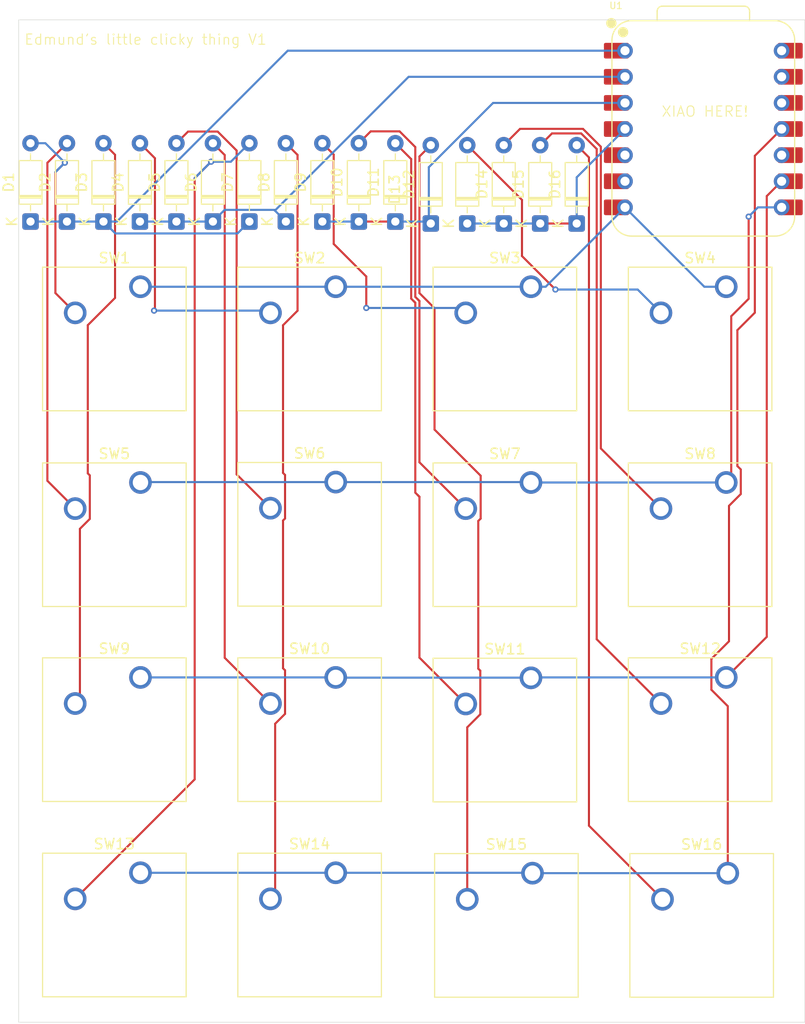
<source format=kicad_pcb>
(kicad_pcb (version 20241229) (generator "pcbnew") (generator_version "9.0")
  (layers (0 "F.Cu" signal) (2 "B.Cu" signal) (13 "F.Paste" user) (15 "B.Paste" user) (5 "F.SilkS" user "F.Silkscreen") (7 "B.SilkS" user "B.Silkscreen") (1 "F.Mask" user) (3 "B.Mask" user) (25 "Edge.Cuts" user))
  (net 0 "")
  (net 1 "Net-(D1-K)")
  (net 2 "Net-(D1-A)")
  (net 3 "Net-(D2-A)")
  (net 4 "Net-(D3-A)")
  (net 5 "Net-(D4-A)")
  (net 6 "Net-(D4-K)")
  (net 7 "Net-(D5-A)")
  (net 8 "Net-(D6-A)")
  (net 9 "Net-(D7-A)")
  (net 10 "Net-(D8-A)")
  (net 11 "Net-(D9-A)")
  (net 12 "Net-(D10-K)")
  (net 13 "Net-(D10-A)")
  (net 14 "Net-(D11-A)")
  (net 15 "Net-(D12-A)")
  (net 16 "Net-(D13-A)")
  (net 17 "Net-(D13-K)")
  (net 18 "Net-(D14-A)")
  (net 19 "Net-(D15-A)")
  (net 20 "Net-(D16-A)")
  (net 21 "Net-(U1-GPIO0{slash}TX)")
  (net 22 "Net-(U1-GPIO1{slash}RX)")
  (net 23 "Net-(U1-GPIO2{slash}SCK)")
  (net 24 "Net-(U1-GPIO3{slash}MOSI)")
  (net 25 "unconnected-(U1-GPIO7{slash}SCL-Pad6)")
  (net 26 "unconnected-(U1-3V3-Pad12)")
  (net 27 "unconnected-(U1-GPIO6{slash}SDA-Pad5)")
  (net 28 "unconnected-(U1-GND-Pad13)")
  (net 29 "unconnected-(U1-GPIO4{slash}MISO-Pad10)")
  (net 30 "unconnected-(U1-VBUS-Pad14)")
  (footprint "Button_Switch_Keyboard:SW_Cherry_MX_1.00u_PCB" (layer "F.Cu") (at 90.35 53.46)
    (property "Reference" "SW1" (at -2.54 -2.794 0) (layer "F.SilkS"))
    (property "Value" "SW_Push")
    (pad "" np_thru_hole circle (at -7.62 5.08) (size 1.7 1.7) (drill 1.7) (layers "*.Cu" "*.Mask"))
    (pad "" np_thru_hole circle (at -2.54 5.08) (size 4 4) (drill 4) (layers "*.Cu" "*.Mask"))
    (pad "" np_thru_hole circle (at 2.54 5.08) (size 1.7 1.7) (drill 1.7) (layers "*.Cu" "*.Mask"))
    (pad "1" thru_hole circle (at 0 0) (size 2.2 2.2) (drill 1.5) (layers "*.Cu" "*.Mask") (net 21 "Net-(U1-GPIO0{slash}TX)"))
    (pad "2" thru_hole circle (at -6.35 2.54) (size 2.2 2.2) (drill 1.5) (layers "*.Cu" "*.Mask") (net 2 "Net-(D1-A)"))
  )
  (footprint "Diode_THT:D_DO-35_SOD27_P7.62mm_Horizontal" (layer "F.Cu") (at 115.15 47.12 90)
    (property "Reference" "D11" (at 3.81 -2.12 90) (layer "F.SilkS"))
    (property "Value" "1N4148")
    (fp_text user "K" (at 0 -1.8 90) (layer "F.SilkS"))
    (pad "1" thru_hole roundrect (at 0 0 90) (size 1.6 1.6) (drill 0.8) (layers "*.Cu" "*.Mask") (roundrect_rratio 0.15625) (net 12 "Net-(D10-K)"))
    (pad "2" thru_hole circle (at 7.62 0 90) (size 1.6 1.6) (drill 0.8) (layers "*.Cu" "*.Mask") (net 14 "Net-(D11-A)"))
  )
  (footprint "Button_Switch_Keyboard:SW_Cherry_MX_1.00u_PCB" (layer "F.Cu") (at 109.35 72.46)
    (property "Reference" "SW6" (at -2.54 -2.794 0) (layer "F.SilkS"))
    (property "Value" "SW_Push")
    (pad "" np_thru_hole circle (at -7.62 5.08) (size 1.7 1.7) (drill 1.7) (layers "*.Cu" "*.Mask"))
    (pad "" np_thru_hole circle (at -2.54 5.08) (size 4 4) (drill 4) (layers "*.Cu" "*.Mask"))
    (pad "" np_thru_hole circle (at 2.54 5.08) (size 1.7 1.7) (drill 1.7) (layers "*.Cu" "*.Mask"))
    (pad "1" thru_hole circle (at 0 0) (size 2.2 2.2) (drill 1.5) (layers "*.Cu" "*.Mask") (net 22 "Net-(U1-GPIO1{slash}RX)"))
    (pad "2" thru_hole circle (at -6.35 2.54) (size 2.2 2.2) (drill 1.5) (layers "*.Cu" "*.Mask") (net 7 "Net-(D5-A)"))
  )
  (footprint "Button_Switch_Keyboard:SW_Cherry_MX_1.00u_PCB" (layer "F.Cu") (at 90.35 91.46)
    (property "Reference" "SW9" (at -2.54 -2.794 0) (layer "F.SilkS"))
    (property "Value" "SW_Push")
    (pad "" np_thru_hole circle (at -7.62 5.08) (size 1.7 1.7) (drill 1.7) (layers "*.Cu" "*.Mask"))
    (pad "" np_thru_hole circle (at -2.54 5.08) (size 4 4) (drill 4) (layers "*.Cu" "*.Mask"))
    (pad "" np_thru_hole circle (at 2.54 5.08) (size 1.7 1.7) (drill 1.7) (layers "*.Cu" "*.Mask"))
    (pad "1" thru_hole circle (at 0 0) (size 2.2 2.2) (drill 1.5) (layers "*.Cu" "*.Mask") (net 23 "Net-(U1-GPIO2{slash}SCK)"))
    (pad "2" thru_hole circle (at -6.35 2.54) (size 2.2 2.2) (drill 1.5) (layers "*.Cu" "*.Mask") (net 4 "Net-(D3-A)"))
  )
  (footprint "Button_Switch_Keyboard:SW_Cherry_MX_1.00u_PCB" (layer "F.Cu") (at 109.35 110.46)
    (property "Reference" "SW14" (at -2.54 -2.794 0) (layer "F.SilkS"))
    (property "Value" "SW_Push")
    (pad "" np_thru_hole circle (at -7.62 5.08) (size 1.7 1.7) (drill 1.7) (layers "*.Cu" "*.Mask"))
    (pad "" np_thru_hole circle (at -2.54 5.08) (size 4 4) (drill 4) (layers "*.Cu" "*.Mask"))
    (pad "" np_thru_hole circle (at 2.54 5.08) (size 1.7 1.7) (drill 1.7) (layers "*.Cu" "*.Mask"))
    (pad "1" thru_hole circle (at 0 0) (size 2.2 2.2) (drill 1.5) (layers "*.Cu" "*.Mask") (net 24 "Net-(U1-GPIO3{slash}MOSI)"))
    (pad "2" thru_hole circle (at -6.35 2.54) (size 2.2 2.2) (drill 1.5) (layers "*.Cu" "*.Mask") (net 10 "Net-(D8-A)"))
  )
  (footprint "Button_Switch_Keyboard:SW_Cherry_MX_1.00u_PCB" (layer "F.Cu") (at 128.35 53.46)
    (property "Reference" "SW3" (at -2.54 -2.794 0) (layer "F.SilkS"))
    (property "Value" "SW_Push")
    (pad "" np_thru_hole circle (at -7.62 5.08) (size 1.7 1.7) (drill 1.7) (layers "*.Cu" "*.Mask"))
    (pad "" np_thru_hole circle (at -2.54 5.08) (size 4 4) (drill 4) (layers "*.Cu" "*.Mask"))
    (pad "" np_thru_hole circle (at 2.54 5.08) (size 1.7 1.7) (drill 1.7) (layers "*.Cu" "*.Mask"))
    (pad "1" thru_hole circle (at 0 0) (size 2.2 2.2) (drill 1.5) (layers "*.Cu" "*.Mask") (net 21 "Net-(U1-GPIO0{slash}TX)"))
    (pad "2" thru_hole circle (at -6.35 2.54) (size 2.2 2.2) (drill 1.5) (layers "*.Cu" "*.Mask") (net 11 "Net-(D9-A)"))
  )
  (footprint "Button_Switch_Keyboard:SW_Cherry_MX_1.00u_PCB" (layer "F.Cu") (at 147.35 91.46)
    (property "Reference" "SW12" (at -2.54 -2.794 0) (layer "F.SilkS"))
    (property "Value" "SW_Push")
    (pad "" np_thru_hole circle (at -7.62 5.08) (size 1.7 1.7) (drill 1.7) (layers "*.Cu" "*.Mask"))
    (pad "" np_thru_hole circle (at -2.54 5.08) (size 4 4) (drill 4) (layers "*.Cu" "*.Mask"))
    (pad "" np_thru_hole circle (at 2.54 5.08) (size 1.7 1.7) (drill 1.7) (layers "*.Cu" "*.Mask"))
    (pad "1" thru_hole circle (at 0 0) (size 2.2 2.2) (drill 1.5) (layers "*.Cu" "*.Mask") (net 23 "Net-(U1-GPIO2{slash}SCK)"))
    (pad "2" thru_hole circle (at -6.35 2.54) (size 2.2 2.2) (drill 1.5) (layers "*.Cu" "*.Mask") (net 19 "Net-(D15-A)"))
  )
  (footprint "Button_Switch_Keyboard:SW_Cherry_MX_1.00u_PCB" (layer "F.Cu") (at 147.35 53.46)
    (property "Reference" "SW4" (at -2.54 -2.794 0) (layer "F.SilkS"))
    (property "Value" "SW_Push")
    (pad "" np_thru_hole circle (at -7.62 5.08) (size 1.7 1.7) (drill 1.7) (layers "*.Cu" "*.Mask"))
    (pad "" np_thru_hole circle (at -2.54 5.08) (size 4 4) (drill 4) (layers "*.Cu" "*.Mask"))
    (pad "" np_thru_hole circle (at 2.54 5.08) (size 1.7 1.7) (drill 1.7) (layers "*.Cu" "*.Mask"))
    (pad "1" thru_hole circle (at 0 0) (size 2.2 2.2) (drill 1.5) (layers "*.Cu" "*.Mask") (net 21 "Net-(U1-GPIO0{slash}TX)"))
    (pad "2" thru_hole circle (at -6.35 2.54) (size 2.2 2.2) (drill 1.5) (layers "*.Cu" "*.Mask") (net 16 "Net-(D13-A)"))
  )
  (footprint "Diode_THT:D_DO-35_SOD27_P7.62mm_Horizontal" (layer "F.Cu") (at 118.6 47.31 90)
    (property "Reference" "D12" (at 3.81 -2.12 90) (layer "F.SilkS"))
    (property "Value" "1N4148")
    (fp_text user "K" (at 0 -1.8 90) (layer "F.SilkS"))
    (pad "1" thru_hole roundrect (at 0 0 90) (size 1.6 1.6) (drill 0.8) (layers "*.Cu" "*.Mask") (roundrect_rratio 0.15625) (net 12 "Net-(D10-K)"))
    (pad "2" thru_hole circle (at 7.62 0 90) (size 1.6 1.6) (drill 0.8) (layers "*.Cu" "*.Mask") (net 15 "Net-(D12-A)"))
  )
  (footprint "Diode_THT:D_DO-35_SOD27_P7.62mm_Horizontal" (layer "F.Cu") (at 83.2 47.12 90)
    (property "Reference" "D2" (at 3.81 -2.12 90) (layer "F.SilkS"))
    (property "Value" "1N4148")
    (fp_text user "K" (at 0 -1.8 90) (layer "F.SilkS"))
    (pad "1" thru_hole roundrect (at 0 0 90) (size 1.6 1.6) (drill 0.8) (layers "*.Cu" "*.Mask") (roundrect_rratio 0.15625) (net 1 "Net-(D1-K)"))
    (pad "2" thru_hole circle (at 7.62 0 90) (size 1.6 1.6) (drill 0.8) (layers "*.Cu" "*.Mask") (net 3 "Net-(D2-A)"))
  )
  (footprint "Diode_THT:D_DO-35_SOD27_P7.62mm_Horizontal" (layer "F.Cu") (at 108.05 47.12 90)
    (property "Reference" "D9" (at 3.81 -2.12 90) (layer "F.SilkS"))
    (property "Value" "1N4148")
    (fp_text user "K" (at 0 -1.8 90) (layer "F.SilkS"))
    (pad "1" thru_hole roundrect (at 0 0 90) (size 1.6 1.6) (drill 0.8) (layers "*.Cu" "*.Mask") (roundrect_rratio 0.15625) (net 12 "Net-(D10-K)"))
    (pad "2" thru_hole circle (at 7.62 0 90) (size 1.6 1.6) (drill 0.8) (layers "*.Cu" "*.Mask") (net 11 "Net-(D9-A)"))
  )
  (footprint "Diode_THT:D_DO-35_SOD27_P7.62mm_Horizontal" (layer "F.Cu") (at 79.65 47.12 90)
    (property "Reference" "D1" (at 3.81 -2.12 90) (layer "F.SilkS"))
    (property "Value" "1N4148")
    (fp_text user "K" (at 0 -1.8 90) (layer "F.SilkS"))
    (pad "1" thru_hole roundrect (at 0 0 90) (size 1.6 1.6) (drill 0.8) (layers "*.Cu" "*.Mask") (roundrect_rratio 0.15625) (net 1 "Net-(D1-K)"))
    (pad "2" thru_hole circle (at 7.62 0 90) (size 1.6 1.6) (drill 0.8) (layers "*.Cu" "*.Mask") (net 2 "Net-(D1-A)"))
  )
  (footprint "Diode_THT:D_DO-35_SOD27_P7.62mm_Horizontal" (layer "F.Cu") (at 100.95 47.12 90)
    (property "Reference" "D7" (at 3.81 -2.12 90) (layer "F.SilkS"))
    (property "Value" "1N4148")
    (fp_text user "K" (at 0 -1.8 90) (layer "F.SilkS"))
    (pad "1" thru_hole roundrect (at 0 0 90) (size 1.6 1.6) (drill 0.8) (layers "*.Cu" "*.Mask") (roundrect_rratio 0.15625) (net 1 "Net-(D1-K)"))
    (pad "2" thru_hole circle (at 7.62 0 90) (size 1.6 1.6) (drill 0.8) (layers "*.Cu" "*.Mask") (net 9 "Net-(D7-A)"))
  )
  (footprint "Button_Switch_Keyboard:SW_Cherry_MX_1.00u_PCB" (layer "F.Cu") (at 109.35 53.46)
    (property "Reference" "SW2" (at -2.54 -2.794 0) (layer "F.SilkS"))
    (property "Value" "SW_Push")
    (pad "" np_thru_hole circle (at -7.62 5.08) (size 1.7 1.7) (drill 1.7) (layers "*.Cu" "*.Mask"))
    (pad "" np_thru_hole circle (at -2.54 5.08) (size 4 4) (drill 4) (layers "*.Cu" "*.Mask"))
    (pad "" np_thru_hole circle (at 2.54 5.08) (size 1.7 1.7) (drill 1.7) (layers "*.Cu" "*.Mask"))
    (pad "1" thru_hole circle (at 0 0) (size 2.2 2.2) (drill 1.5) (layers "*.Cu" "*.Mask") (net 21 "Net-(U1-GPIO0{slash}TX)"))
    (pad "2" thru_hole circle (at -6.35 2.54) (size 2.2 2.2) (drill 1.5) (layers "*.Cu" "*.Mask") (net 5 "Net-(D4-A)"))
  )
  (footprint "Button_Switch_Keyboard:SW_Cherry_MX_1.00u_PCB" (layer "F.Cu") (at 109.35 91.46)
    (property "Reference" "SW10" (at -2.54 -2.794 0) (layer "F.SilkS"))
    (property "Value" "SW_Push")
    (pad "" np_thru_hole circle (at -7.62 5.08) (size 1.7 1.7) (drill 1.7) (layers "*.Cu" "*.Mask"))
    (pad "" np_thru_hole circle (at -2.54 5.08) (size 4 4) (drill 4) (layers "*.Cu" "*.Mask"))
    (pad "" np_thru_hole circle (at 2.54 5.08) (size 1.7 1.7) (drill 1.7) (layers "*.Cu" "*.Mask"))
    (pad "1" thru_hole circle (at 0 0) (size 2.2 2.2) (drill 1.5) (layers "*.Cu" "*.Mask") (net 23 "Net-(U1-GPIO2{slash}SCK)"))
    (pad "2" thru_hole circle (at -6.35 2.54) (size 2.2 2.2) (drill 1.5) (layers "*.Cu" "*.Mask") (net 8 "Net-(D6-A)"))
  )
  (footprint "Button_Switch_Keyboard:SW_Cherry_MX_1.00u_PCB" (layer "F.Cu") (at 128.5 110.5)
    (property "Reference" "SW15" (at -2.54 -2.794 0) (layer "F.SilkS"))
    (property "Value" "SW_Push")
    (pad "" np_thru_hole circle (at -7.62 5.08) (size 1.7 1.7) (drill 1.7) (layers "*.Cu" "*.Mask"))
    (pad "" np_thru_hole circle (at -2.54 5.08) (size 4 4) (drill 4) (layers "*.Cu" "*.Mask"))
    (pad "" np_thru_hole circle (at 2.54 5.08) (size 1.7 1.7) (drill 1.7) (layers "*.Cu" "*.Mask"))
    (pad "1" thru_hole circle (at 0 0) (size 2.2 2.2) (drill 1.5) (layers "*.Cu" "*.Mask") (net 24 "Net-(U1-GPIO3{slash}MOSI)"))
    (pad "2" thru_hole circle (at -6.35 2.54) (size 2.2 2.2) (drill 1.5) (layers "*.Cu" "*.Mask") (net 15 "Net-(D12-A)"))
  )
  (footprint "Diode_THT:D_DO-35_SOD27_P7.62mm_Horizontal" (layer "F.Cu") (at 125.7 47.31 90)
    (property "Reference" "D14" (at 3.81 -2.12 90) (layer "F.SilkS"))
    (property "Value" "1N4148")
    (fp_text user "K" (at 0 -1.8 90) (layer "F.SilkS"))
    (pad "1" thru_hole roundrect (at 0 0 90) (size 1.6 1.6) (drill 0.8) (layers "*.Cu" "*.Mask") (roundrect_rratio 0.15625) (net 17 "Net-(D13-K)"))
    (pad "2" thru_hole circle (at 7.62 0 90) (size 1.6 1.6) (drill 0.8) (layers "*.Cu" "*.Mask") (net 18 "Net-(D14-A)"))
  )
  (footprint "Diode_THT:D_DO-35_SOD27_P7.62mm_Horizontal" (layer "F.Cu") (at 86.75 47.12 90)
    (property "Reference" "D3" (at 3.81 -2.12 90) (layer "F.SilkS"))
    (property "Value" "1N4148")
    (fp_text user "K" (at 0 -1.8 90) (layer "F.SilkS"))
    (pad "1" thru_hole roundrect (at 0 0 90) (size 1.6 1.6) (drill 0.8) (layers "*.Cu" "*.Mask") (roundrect_rratio 0.15625) (net 1 "Net-(D1-K)"))
    (pad "2" thru_hole circle (at 7.62 0 90) (size 1.6 1.6) (drill 0.8) (layers "*.Cu" "*.Mask") (net 4 "Net-(D3-A)"))
  )
  (footprint "Diode_THT:D_DO-35_SOD27_P7.62mm_Horizontal" (layer "F.Cu") (at 111.6 47.12 90)
    (property "Reference" "D10" (at 3.81 -2.12 90) (layer "F.SilkS"))
    (property "Value" "1N4148")
    (fp_text user "K" (at 0 -1.8 90) (layer "F.SilkS"))
    (pad "1" thru_hole roundrect (at 0 0 90) (size 1.6 1.6) (drill 0.8) (layers "*.Cu" "*.Mask") (roundrect_rratio 0.15625) (net 12 "Net-(D10-K)"))
    (pad "2" thru_hole circle (at 7.62 0 90) (size 1.6 1.6) (drill 0.8) (layers "*.Cu" "*.Mask") (net 13 "Net-(D10-A)"))
  )
  (footprint "Button_Switch_Keyboard:SW_Cherry_MX_1.00u_PCB" (layer "F.Cu") (at 90.35 110.46)
    (property "Reference" "SW13" (at -2.54 -2.794 0) (layer "F.SilkS"))
    (property "Value" "SW_Push")
    (pad "" np_thru_hole circle (at -7.62 5.08) (size 1.7 1.7) (drill 1.7) (layers "*.Cu" "*.Mask"))
    (pad "" np_thru_hole circle (at -2.54 5.08) (size 4 4) (drill 4) (layers "*.Cu" "*.Mask"))
    (pad "" np_thru_hole circle (at 2.54 5.08) (size 1.7 1.7) (drill 1.7) (layers "*.Cu" "*.Mask"))
    (pad "1" thru_hole circle (at 0 0) (size 2.2 2.2) (drill 1.5) (layers "*.Cu" "*.Mask") (net 24 "Net-(U1-GPIO3{slash}MOSI)"))
    (pad "2" thru_hole circle (at -6.35 2.54) (size 2.2 2.2) (drill 1.5) (layers "*.Cu" "*.Mask") (net 9 "Net-(D7-A)"))
  )
  (footprint "Diode_THT:D_DO-35_SOD27_P7.62mm_Horizontal" (layer "F.Cu") (at 93.85 47.12 90)
    (property "Reference" "D5" (at 3.81 -2.12 90) (layer "F.SilkS"))
    (property "Value" "1N4148")
    (fp_text user "K" (at 0 -1.8 90) (layer "F.SilkS"))
    (pad "1" thru_hole roundrect (at 0 0 90) (size 1.6 1.6) (drill 0.8) (layers "*.Cu" "*.Mask") (roundrect_rratio 0.15625) (net 6 "Net-(D4-K)"))
    (pad "2" thru_hole circle (at 7.62 0 90) (size 1.6 1.6) (drill 0.8) (layers "*.Cu" "*.Mask") (net 7 "Net-(D5-A)"))
  )
  (footprint "Diode_THT:D_DO-35_SOD27_P7.62mm_Horizontal" (layer "F.Cu") (at 122.15 47.31 90)
    (property "Reference" "D13" (at 3.31 -7.07 90) (layer "F.SilkS"))
    (property "Value" "1N4148")
    (fp_text user "K" (at 0 -1.8 90) (layer "F.SilkS"))
    (pad "1" thru_hole roundrect (at 0 0 90) (size 1.6 1.6) (drill 0.8) (layers "*.Cu" "*.Mask") (roundrect_rratio 0.15625) (net 17 "Net-(D13-K)"))
    (pad "2" thru_hole circle (at 7.62 0 90) (size 1.6 1.6) (drill 0.8) (layers "*.Cu" "*.Mask") (net 16 "Net-(D13-A)"))
  )
  (footprint "Diode_THT:D_DO-35_SOD27_P7.62mm_Horizontal" (layer "F.Cu") (at 129.25 47.31 90)
    (property "Reference" "D15" (at 3.81 -2.12 90) (layer "F.SilkS"))
    (property "Value" "1N4148")
    (fp_text user "K" (at 0 -1.8 90) (layer "F.SilkS"))
    (pad "1" thru_hole roundrect (at 0 0 90) (size 1.6 1.6) (drill 0.8) (layers "*.Cu" "*.Mask") (roundrect_rratio 0.15625) (net 17 "Net-(D13-K)"))
    (pad "2" thru_hole circle (at 7.62 0 90) (size 1.6 1.6) (drill 0.8) (layers "*.Cu" "*.Mask") (net 19 "Net-(D15-A)"))
  )
  (footprint "Diode_THT:D_DO-35_SOD27_P7.62mm_Horizontal" (layer "F.Cu") (at 132.8 47.31 90)
    (property "Reference" "D16" (at 3.81 -2.12 90) (layer "F.SilkS"))
    (property "Value" "1N4148")
    (fp_text user "K" (at 0 -1.8 90) (layer "F.SilkS"))
    (pad "1" thru_hole roundrect (at 0 0 90) (size 1.6 1.6) (drill 0.8) (layers "*.Cu" "*.Mask") (roundrect_rratio 0.15625) (net 17 "Net-(D13-K)"))
    (pad "2" thru_hole circle (at 7.62 0 90) (size 1.6 1.6) (drill 0.8) (layers "*.Cu" "*.Mask") (net 20 "Net-(D16-A)"))
  )
  (footprint "Diode_THT:D_DO-35_SOD27_P7.62mm_Horizontal" (layer "F.Cu") (at 97.4 47.12 90)
    (property "Reference" "D6" (at 3.81 -2.12 90) (layer "F.SilkS"))
    (property "Value" "1N4148")
    (fp_text user "K" (at 0 -1.8 90) (layer "F.SilkS"))
    (pad "1" thru_hole roundrect (at 0 0 90) (size 1.6 1.6) (drill 0.8) (layers "*.Cu" "*.Mask") (roundrect_rratio 0.15625) (net 6 "Net-(D4-K)"))
    (pad "2" thru_hole circle (at 7.62 0 90) (size 1.6 1.6) (drill 0.8) (layers "*.Cu" "*.Mask") (net 8 "Net-(D6-A)"))
  )
  (footprint "Button_Switch_Keyboard:SW_Cherry_MX_1.00u_PCB" (layer "F.Cu") (at 128.35 72.5)
    (property "Reference" "SW7" (at -2.54 -2.794 0) (layer "F.SilkS"))
    (property "Value" "SW_Push")
    (pad "" np_thru_hole circle (at -7.62 5.08) (size 1.7 1.7) (drill 1.7) (layers "*.Cu" "*.Mask"))
    (pad "" np_thru_hole circle (at -2.54 5.08) (size 4 4) (drill 4) (layers "*.Cu" "*.Mask"))
    (pad "" np_thru_hole circle (at 2.54 5.08) (size 1.7 1.7) (drill 1.7) (layers "*.Cu" "*.Mask"))
    (pad "1" thru_hole circle (at 0 0) (size 2.2 2.2) (drill 1.5) (layers "*.Cu" "*.Mask") (net 22 "Net-(U1-GPIO1{slash}RX)"))
    (pad "2" thru_hole circle (at -6.35 2.54) (size 2.2 2.2) (drill 1.5) (layers "*.Cu" "*.Mask") (net 13 "Net-(D10-A)"))
  )
  (footprint "Diode_THT:D_DO-35_SOD27_P7.62mm_Horizontal" (layer "F.Cu") (at 90.3 47.12 90)
    (property "Reference" "D4" (at 3.81 -2.12 90) (layer "F.SilkS"))
    (property "Value" "1N4148")
    (fp_text user "K" (at 0 -1.8 90) (layer "F.SilkS"))
    (pad "1" thru_hole roundrect (at 0 0 90) (size 1.6 1.6) (drill 0.8) (layers "*.Cu" "*.Mask") (roundrect_rratio 0.15625) (net 6 "Net-(D4-K)"))
    (pad "2" thru_hole circle (at 7.62 0 90) (size 1.6 1.6) (drill 0.8) (layers "*.Cu" "*.Mask") (net 5 "Net-(D4-A)"))
  )
  (footprint "Seeed Studio XIAO Series Library:XIAO-RP2040-DIP" (layer "F.Cu") (at 145.12 38.12)
    (property "Reference" "U1" (at -8.5 -12 0) (layer "F.SilkS") (effects (font (size 0.635 0.635) (thickness 0.1016))))
    (property "Value" "XIAO-RP2040-DIP")
    (pad "1" smd roundrect (at -8.455 -7.62 180) (size 2.432 1.524) (layers "F.Cu" "F.Mask") (roundrect_rratio 0.1) (net 1 "Net-(D1-K)"))
    (pad "1" thru_hole circle (at -7.62 -7.62 180) (size 1.524 1.524) (drill 0.889) (layers "*.Cu" "*.Mask") (net 1 "Net-(D1-K)"))
    (pad "2" smd roundrect (at -8.455 -5.08 180) (size 2.432 1.524) (layers "F.Cu" "F.Mask") (roundrect_rratio 0.1) (net 6 "Net-(D4-K)"))
    (pad "2" thru_hole circle (at -7.62 -5.08 180) (size 1.524 1.524) (drill 0.889) (layers "*.Cu" "*.Mask") (net 6 "Net-(D4-K)"))
    (pad "3" smd roundrect (at -8.455 -2.54 180) (size 2.432 1.524) (layers "F.Cu" "F.Mask") (roundrect_rratio 0.1) (net 12 "Net-(D10-K)"))
    (pad "3" thru_hole circle (at -7.62 -2.54 180) (size 1.524 1.524) (drill 0.889) (layers "*.Cu" "*.Mask") (net 12 "Net-(D10-K)"))
    (pad "4" smd roundrect (at -8.455 0 180) (size 2.432 1.524) (layers "F.Cu" "F.Mask") (roundrect_rratio 0.1) (net 17 "Net-(D13-K)"))
    (pad "4" thru_hole circle (at -7.62 0 180) (size 1.524 1.524) (drill 0.889) (layers "*.Cu" "*.Mask") (net 17 "Net-(D13-K)"))
    (pad "5" smd roundrect (at -8.455 2.54 180) (size 2.432 1.524) (layers "F.Cu" "F.Mask") (roundrect_rratio 0.1) (net 27 "unconnected-(U1-GPIO6{slash}SDA-Pad5)"))
    (pad "5" thru_hole circle (at -7.62 2.54 180) (size 1.524 1.524) (drill 0.889) (layers "*.Cu" "*.Mask") (net 27 "unconnected-(U1-GPIO6{slash}SDA-Pad5)"))
    (pad "6" smd roundrect (at -8.455 5.08 180) (size 2.432 1.524) (layers "F.Cu" "F.Mask") (roundrect_rratio 0.1) (net 25 "unconnected-(U1-GPIO7{slash}SCL-Pad6)"))
    (pad "6" thru_hole circle (at -7.62 5.08 180) (size 1.524 1.524) (drill 0.889) (layers "*.Cu" "*.Mask") (net 25 "unconnected-(U1-GPIO7{slash}SCL-Pad6)"))
    (pad "7" smd roundrect (at -8.455 7.62 180) (size 2.432 1.524) (layers "F.Cu" "F.Mask") (roundrect_rratio 0.1) (net 21 "Net-(U1-GPIO0{slash}TX)"))
    (pad "7" thru_hole circle (at -7.62 7.62 180) (size 1.524 1.524) (drill 0.889) (layers "*.Cu" "*.Mask") (net 21 "Net-(U1-GPIO0{slash}TX)"))
    (pad "8" thru_hole circle (at 7.62 7.62) (size 1.524 1.524) (drill 0.889) (layers "*.Cu" "*.Mask") (net 22 "Net-(U1-GPIO1{slash}RX)"))
    (pad "8" smd roundrect (at 8.455 7.62) (size 2.432 1.524) (layers "F.Cu" "F.Mask") (roundrect_rratio 0.1) (net 22 "Net-(U1-GPIO1{slash}RX)"))
    (pad "9" thru_hole circle (at 7.62 5.08) (size 1.524 1.524) (drill 0.889) (layers "*.Cu" "*.Mask") (net 23 "Net-(U1-GPIO2{slash}SCK)"))
    (pad "9" smd roundrect (at 8.455 5.08) (size 2.432 1.524) (layers "F.Cu" "F.Mask") (roundrect_rratio 0.1) (net 23 "Net-(U1-GPIO2{slash}SCK)"))
    (pad "10" thru_hole circle (at 7.62 2.54) (size 1.524 1.524) (drill 0.889) (layers "*.Cu" "*.Mask") (net 29 "unconnected-(U1-GPIO4{slash}MISO-Pad10)"))
    (pad "10" smd roundrect (at 8.455 2.54) (size 2.432 1.524) (layers "F.Cu" "F.Mask") (roundrect_rratio 0.1) (net 29 "unconnected-(U1-GPIO4{slash}MISO-Pad10)"))
    (pad "11" thru_hole circle (at 7.62 0) (size 1.524 1.524) (drill 0.889) (layers "*.Cu" "*.Mask") (net 24 "Net-(U1-GPIO3{slash}MOSI)"))
    (pad "11" smd roundrect (at 8.455 0) (size 2.432 1.524) (layers "F.Cu" "F.Mask") (roundrect_rratio 0.1) (net 24 "Net-(U1-GPIO3{slash}MOSI)"))
    (pad "12" thru_hole circle (at 7.62 -2.54) (size 1.524 1.524) (drill 0.889) (layers "*.Cu" "*.Mask") (net 26 "unconnected-(U1-3V3-Pad12)"))
    (pad "12" smd roundrect (at 8.455 -2.54) (size 2.432 1.524) (layers "F.Cu" "F.Mask") (roundrect_rratio 0.1) (net 26 "unconnected-(U1-3V3-Pad12)"))
    (pad "13" thru_hole circle (at 7.62 -5.08) (size 1.524 1.524) (drill 0.889) (layers "*.Cu" "*.Mask") (net 28 "unconnected-(U1-GND-Pad13)"))
    (pad "13" smd roundrect (at 8.455 -5.08) (size 2.432 1.524) (layers "F.Cu" "F.Mask") (roundrect_rratio 0.1) (net 28 "unconnected-(U1-GND-Pad13)"))
    (pad "14" thru_hole circle (at 7.62 -7.62) (size 1.524 1.524) (drill 0.889) (layers "*.Cu" "*.Mask") (net 30 "unconnected-(U1-VBUS-Pad14)"))
    (pad "14" smd roundrect (at 8.455 -7.62) (size 2.432 1.524) (layers "F.Cu" "F.Mask") (roundrect_rratio 0.1) (net 30 "unconnected-(U1-VBUS-Pad14)"))
  )
  (footprint "Button_Switch_Keyboard:SW_Cherry_MX_1.00u_PCB" (layer "F.Cu") (at 147.5 110.5)
    (property "Reference" "SW16" (at -2.54 -2.794 0) (layer "F.SilkS"))
    (property "Value" "SW_Push")
    (pad "" np_thru_hole circle (at -7.62 5.08) (size 1.7 1.7) (drill 1.7) (layers "*.Cu" "*.Mask"))
    (pad "" np_thru_hole circle (at -2.54 5.08) (size 4 4) (drill 4) (layers "*.Cu" "*.Mask"))
    (pad "" np_thru_hole circle (at 2.54 5.08) (size 1.7 1.7) (drill 1.7) (layers "*.Cu" "*.Mask"))
    (pad "1" thru_hole circle (at 0 0) (size 2.2 2.2) (drill 1.5) (layers "*.Cu" "*.Mask") (net 24 "Net-(U1-GPIO3{slash}MOSI)"))
    (pad "2" thru_hole circle (at -6.35 2.54) (size 2.2 2.2) (drill 1.5) (layers "*.Cu" "*.Mask") (net 20 "Net-(D16-A)"))
  )
  (footprint "Diode_THT:D_DO-35_SOD27_P7.62mm_Horizontal" (layer "F.Cu") (at 104.5 47.12 90)
    (property "Reference" "D8" (at 3.81 -2.12 90) (layer "F.SilkS"))
    (property "Value" "1N4148")
    (fp_text user "K" (at 0 -1.8 90) (layer "F.SilkS"))
    (pad "1" thru_hole roundrect (at 0 0 90) (size 1.6 1.6) (drill 0.8) (layers "*.Cu" "*.Mask") (roundrect_rratio 0.15625) (net 6 "Net-(D4-K)"))
    (pad "2" thru_hole circle (at 7.62 0 90) (size 1.6 1.6) (drill 0.8) (layers "*.Cu" "*.Mask") (net 10 "Net-(D8-A)"))
  )
  (footprint "Button_Switch_Keyboard:SW_Cherry_MX_1.00u_PCB" (layer "F.Cu") (at 128.35 91.5)
    (property "Reference" "SW11" (at -2.54 -2.794 0) (layer "F.SilkS"))
    (property "Value" "SW_Push")
    (pad "" np_thru_hole circle (at -7.62 5.08) (size 1.7 1.7) (drill 1.7) (layers "*.Cu" "*.Mask"))
    (pad "" np_thru_hole circle (at -2.54 5.08) (size 4 4) (drill 4) (layers "*.Cu" "*.Mask"))
    (pad "" np_thru_hole circle (at 2.54 5.08) (size 1.7 1.7) (drill 1.7) (layers "*.Cu" "*.Mask"))
    (pad "1" thru_hole circle (at 0 0) (size 2.2 2.2) (drill 1.5) (layers "*.Cu" "*.Mask") (net 23 "Net-(U1-GPIO2{slash}SCK)"))
    (pad "2" thru_hole circle (at -6.35 2.54) (size 2.2 2.2) (drill 1.5) (layers "*.Cu" "*.Mask") (net 14 "Net-(D11-A)"))
  )
  (footprint "Button_Switch_Keyboard:SW_Cherry_MX_1.00u_PCB" (layer "F.Cu") (at 147.35 72.5)
    (property "Reference" "SW8" (at -2.54 -2.794 0) (layer "F.SilkS"))
    (property "Value" "SW_Push")
    (pad "" np_thru_hole circle (at -7.62 5.08) (size 1.7 1.7) (drill 1.7) (layers "*.Cu" "*.Mask"))
    (pad "" np_thru_hole circle (at -2.54 5.08) (size 4 4) (drill 4) (layers "*.Cu" "*.Mask"))
    (pad "" np_thru_hole circle (at 2.54 5.08) (size 1.7 1.7) (drill 1.7) (layers "*.Cu" "*.Mask"))
    (pad "1" thru_hole circle (at 0 0) (size 2.2 2.2) (drill 1.5) (layers "*.Cu" "*.Mask") (net 22 "Net-(U1-GPIO1{slash}RX)"))
    (pad "2" thru_hole circle (at -6.35 2.54) (size 2.2 2.2) (drill 1.5) (layers "*.Cu" "*.Mask") (net 18 "Net-(D14-A)"))
  )
  (footprint "Button_Switch_Keyboard:SW_Cherry_MX_1.00u_PCB" (layer "F.Cu") (at 90.35 72.5)
    (property "Reference" "SW5" (at -2.54 -2.794 0) (layer "F.SilkS"))
    (property "Value" "SW_Push")
    (pad "" np_thru_hole circle (at -7.62 5.08) (size 1.7 1.7) (drill 1.7) (layers "*.Cu" "*.Mask"))
    (pad "" np_thru_hole circle (at -2.54 5.08) (size 4 4) (drill 4) (layers "*.Cu" "*.Mask"))
    (pad "" np_thru_hole circle (at 2.54 5.08) (size 1.7 1.7) (drill 1.7) (layers "*.Cu" "*.Mask"))
    (pad "1" thru_hole circle (at 0 0) (size 2.2 2.2) (drill 1.5) (layers "*.Cu" "*.Mask") (net 22 "Net-(U1-GPIO1{slash}RX)"))
    (pad "2" thru_hole circle (at -6.35 2.54) (size 2.2 2.2) (drill 1.5) (layers "*.Cu" "*.Mask") (net 3 "Net-(D2-A)"))
  )
  (gr_rect (start 78.5 27.5) (end 155 125) (stroke (width 0.05)) (fill no) (layer "Edge.Cuts"))
  (gr_text "Edmund's little clicky thing V1" (at 79 30 0) (layer "F.SilkS") (effects (font (size 1 1) (thickness 0.1)) (justify left bottom)))
  (gr_text "XIAO HERE!" (at 141 37 0) (layer "F.SilkS") (effects (font (size 1 1) (thickness 0.1)) (justify left bottom)))
  (segment (start 137.5 30.5) (end 136.665 30.5) (width 0.2) (layer "F.Cu") (net 1))
  (segment (start 137.5 30.5) (end 104.6797 30.5) (width 0.2) (layer "B.Cu") (net 1))
  (segment (start 87.9075 48.2775) (end 86.75 47.12) (width 0.2) (layer "B.Cu") (net 1))
  (segment (start 88.0597 47.12) (end 86.75 47.12) (width 0.2) (layer "B.Cu") (net 1))
  (segment (start 79.65 47.12) (end 83.2 47.12) (width 0.2) (layer "B.Cu") (net 1))
  (segment (start 83.2 47.12) (end 86.75 47.12) (width 0.2) (layer "B.Cu") (net 1))
  (segment (start 100.95 47.12) (end 99.7925 48.2775) (width 0.2) (layer "B.Cu") (net 1))
  (segment (start 99.7925 48.2775) (end 87.9075 48.2775) (width 0.2) (layer "B.Cu") (net 1))
  (segment (start 104.6797 30.5) (end 88.0597 47.12) (width 0.2) (layer "B.Cu") (net 1))
  (segment (start 82.9901 41.3937) (end 82.0738 42.31) (width 0.2) (layer "F.Cu") (net 2))
  (segment (start 82.0738 42.31) (end 82.9901 41.3937) (width 0.2) (layer "F.Cu") (net 2))
  (segment (start 82.9901 41.3937) (end 82.0738 42.31) (width 0.2) (layer "F.Cu") (net 2))
  (segment (start 82.0738 42.31) (end 82.0738 54.0738) (width 0.2) (layer "F.Cu") (net 2))
  (segment (start 82.0738 54.0738) (end 84 56) (width 0.2) (layer "F.Cu") (net 2))
  (via (at 82.9901 41.3937) (size 0.6) (drill 0.3) (layers "F.Cu" "B.Cu") (net 2))
  (segment (start 81.0964 39.5) (end 82.9901 41.3937) (width 0.2) (layer "B.Cu") (net 2))
  (segment (start 82.9901 41.3937) (end 82.0738 42.31) (width 0.2) (layer "B.Cu") (net 2))
  (segment (start 82.0738 42.31) (end 82.9901 41.3937) (width 0.2) (layer "B.Cu") (net 2))
  (segment (start 79.65 39.5) (end 81.0964 39.5) (width 0.2) (layer "B.Cu") (net 2))
  (segment (start 81.2932 72.3332) (end 84 75.04) (width 0.2) (layer "F.Cu") (net 3))
  (segment (start 81.2932 41.4068) (end 81.2932 72.3332) (width 0.2) (layer "F.Cu") (net 3))
  (segment (start 83.2 39.5) (end 81.2932 41.4068) (width 0.2) (layer "F.Cu") (net 3))
  (segment (start 84.4569 77.0077) (end 84.4569 93.5431) (width 0.2) (layer "F.Cu") (net 4))
  (segment (start 86.75 39.5) (end 87.876 40.626) (width 0.2) (layer "F.Cu") (net 4))
  (segment (start 85.2233 71.6103) (end 85.4195 71.8065) (width 0.2) (layer "F.Cu") (net 4))
  (segment (start 85.2233 57.2013) (end 85.2233 71.6103) (width 0.2) (layer "F.Cu") (net 4))
  (segment (start 87.876 54.5486) (end 85.2233 57.2013) (width 0.2) (layer "F.Cu") (net 4))
  (segment (start 87.876 40.626) (end 87.876 54.5486) (width 0.2) (layer "F.Cu") (net 4))
  (segment (start 85.4195 76.0451) (end 84.4569 77.0077) (width 0.2) (layer "F.Cu") (net 4))
  (segment (start 85.4195 71.8065) (end 85.4195 76.0451) (width 0.2) (layer "F.Cu") (net 4))
  (segment (start 84.4569 93.5431) (end 84 94) (width 0.2) (layer "F.Cu") (net 4))
  (segment (start 90.3 39.5) (end 91.7586 40.9586) (width 0.2) (layer "F.Cu") (net 5))
  (segment (start 91.7586 55.6983) (end 91.675 55.7819) (width 0.2) (layer "F.Cu") (net 5))
  (segment (start 91.7586 40.9586) (end 91.7586 55.6983) (width 0.2) (layer "F.Cu") (net 5))
  (segment (start 91.675 55.7819) (end 91.7586 55.6983) (width 0.2) (layer "F.Cu") (net 5))
  (segment (start 91.7586 55.6983) (end 91.675 55.7819) (width 0.2) (layer "F.Cu") (net 5))
  (via (at 91.675 55.7819) (size 0.6) (drill 0.3) (layers "F.Cu" "B.Cu") (net 5))
  (segment (start 91.675 55.7819) (end 91.7586 55.6983) (width 0.2) (layer "B.Cu") (net 5))
  (segment (start 91.7586 55.6983) (end 91.675 55.7819) (width 0.2) (layer "B.Cu") (net 5))
  (segment (start 102.7819 55.7819) (end 103 56) (width 0.2) (layer "B.Cu") (net 5))
  (segment (start 91.675 55.7819) (end 102.7819 55.7819) (width 0.2) (layer "B.Cu") (net 5))
  (segment (start 137.5 33.04) (end 136.665 33.04) (width 0.2) (layer "F.Cu") (net 6))
  (segment (start 137.5 33.04) (end 116.4438 33.04) (width 0.2) (layer "B.Cu") (net 6))
  (segment (start 90.3 47.12) (end 93.85 47.12) (width 0.2) (layer "B.Cu") (net 6))
  (segment (start 104.5 47.12) (end 103.4319 46.0519) (width 0.2) (layer "B.Cu") (net 6))
  (segment (start 97.4 47.12) (end 93.85 47.12) (width 0.2) (layer "B.Cu") (net 6))
  (segment (start 103.3607 45.9807) (end 98.5393 45.9807) (width 0.2) (layer "B.Cu") (net 6))
  (segment (start 98.5393 45.9807) (end 97.4 47.12) (width 0.2) (layer "B.Cu") (net 6))
  (segment (start 116.4438 33.04) (end 103.4319 46.0519) (width 0.2) (layer "B.Cu") (net 6))
  (segment (start 103.4319 46.0519) (end 103.3607 45.9807) (width 0.2) (layer "B.Cu") (net 6))
  (segment (start 99.7071 40.2122) (end 99.7071 71.7071) (width 0.2) (layer "F.Cu") (net 7))
  (segment (start 99.7071 71.7071) (end 103 75) (width 0.2) (layer "F.Cu") (net 7))
  (segment (start 93.85 39.5) (end 94.984 38.366) (width 0.2) (layer "F.Cu") (net 7))
  (segment (start 97.8609 38.366) (end 99.7071 40.2122) (width 0.2) (layer "F.Cu") (net 7))
  (segment (start 94.984 38.366) (end 97.8609 38.366) (width 0.2) (layer "F.Cu") (net 7))
  (segment (start 98.5476 89.5476) (end 103 94) (width 0.2) (layer "F.Cu") (net 8))
  (segment (start 98.5476 40.6476) (end 98.5476 89.5476) (width 0.2) (layer "F.Cu") (net 8))
  (segment (start 97.4 39.5) (end 98.5476 40.6476) (width 0.2) (layer "F.Cu") (net 8))
  (segment (start 95.625 42.899) (end 97.2252 41.2988) (width 0.2) (layer "F.Cu") (net 9))
  (segment (start 97.2252 41.2988) (end 95.625 42.899) (width 0.2) (layer "F.Cu") (net 9))
  (segment (start 95.625 101.375) (end 95.625 42.899) (width 0.2) (layer "F.Cu") (net 9))
  (segment (start 84 113) (end 95.625 101.375) (width 0.2) (layer "F.Cu") (net 9))
  (segment (start 95.625 42.899) (end 97.2252 41.2988) (width 0.2) (layer "F.Cu") (net 9))
  (via (at 97.2252 41.2988) (size 0.6) (drill 0.3) (layers "F.Cu" "B.Cu") (net 9))
  (segment (start 95.625 42.899) (end 97.2252 41.2988) (width 0.2) (layer "B.Cu") (net 9))
  (segment (start 99.1512 41.2988) (end 100.95 39.5) (width 0.2) (layer "B.Cu") (net 9))
  (segment (start 97.2252 41.2988) (end 99.1512 41.2988) (width 0.2) (layer "B.Cu") (net 9))
  (segment (start 97.2252 41.2988) (end 95.625 42.899) (width 0.2) (layer "B.Cu") (net 9))
  (segment (start 104.4195 90.7665) (end 104.4195 95.0051) (width 0.2) (layer "F.Cu") (net 10))
  (segment (start 103.4569 112.5431) (end 103 113) (width 0.2) (layer "F.Cu") (net 10))
  (segment (start 104.2233 90.5703) (end 104.4195 90.7665) (width 0.2) (layer "F.Cu") (net 10))
  (segment (start 105.6354 40.6354) (end 105.6354 55.7892) (width 0.2) (layer "F.Cu") (net 10))
  (segment (start 104.2233 76.2013) (end 104.2233 90.5703) (width 0.2) (layer "F.Cu") (net 10))
  (segment (start 105.6354 55.7892) (end 104.2233 57.2013) (width 0.2) (layer "F.Cu") (net 10))
  (segment (start 104.5 39.5) (end 105.6354 40.6354) (width 0.2) (layer "F.Cu") (net 10))
  (segment (start 104.4195 95.0051) (end 103.4569 95.9677) (width 0.2) (layer "F.Cu") (net 10))
  (segment (start 104.4195 76.0051) (end 104.2233 76.2013) (width 0.2) (layer "F.Cu") (net 10))
  (segment (start 104.4195 71.7665) (end 104.4195 76.0051) (width 0.2) (layer "F.Cu") (net 10))
  (segment (start 104.2233 71.5703) (end 104.4195 71.7665) (width 0.2) (layer "F.Cu") (net 10))
  (segment (start 104.2233 57.2013) (end 104.2233 71.5703) (width 0.2) (layer "F.Cu") (net 10))
  (segment (start 103.4569 95.9677) (end 103.4569 112.5431) (width 0.2) (layer "F.Cu") (net 10))
  (segment (start 108.05 39.5) (end 109.1539 40.6039) (width 0.2) (layer "F.Cu") (net 11))
  (segment (start 109.1539 40.6039) (end 109.1539 49.2941) (width 0.2) (layer "F.Cu") (net 11))
  (segment (start 109.1539 49.2941) (end 112.325 52.4652) (width 0.2) (layer "F.Cu") (net 11))
  (segment (start 112.325 52.4652) (end 112.325 55.5235) (width 0.2) (layer "F.Cu") (net 11))
  (via (at 112.325 55.5235) (size 0.6) (drill 0.3) (layers "F.Cu" "B.Cu") (net 11))
  (segment (start 112.325 55.5235) (end 121.5235 55.5235) (width 0.2) (layer "B.Cu") (net 11))
  (segment (start 121.5235 55.5235) (end 122 56) (width 0.2) (layer "B.Cu") (net 11))
  (segment (start 115.15 47.12) (end 111.6 47.12) (width 0.2) (layer "F.Cu") (net 12))
  (segment (start 136.665 35.58) (end 137.5 35.58) (width 0.2) (layer "F.Cu") (net 12))
  (segment (start 118.41 47.12) (end 118.6 47.31) (width 0.2) (layer "B.Cu") (net 12))
  (segment (start 115.15 47.12) (end 115.5714 47.12) (width 0.2) (layer "B.Cu") (net 12))
  (segment (start 108.05 47.12) (end 111.6 47.12) (width 0.2) (layer "B.Cu") (net 12))
  (segment (start 118.41 47.12) (end 118.41 41.8335) (width 0.2) (layer "B.Cu") (net 12))
  (segment (start 124.6635 35.58) (end 137.5 35.58) (width 0.2) (layer "B.Cu") (net 12))
  (segment (start 115.5714 47.12) (end 118.41 47.12) (width 0.2) (layer "B.Cu") (net 12))
  (segment (start 118.41 41.8335) (end 124.6635 35.58) (width 0.2) (layer "B.Cu") (net 12))
  (segment (start 111.6 39.5) (end 112.7524 38.3476) (width 0.2) (layer "F.Cu") (net 13))
  (segment (start 117.0956 39.878) (end 117.0956 54.4471) (width 0.2) (layer "F.Cu") (net 13))
  (segment (start 112.7524 38.3476) (end 115.5652 38.3476) (width 0.2) (layer "F.Cu") (net 13))
  (segment (start 117.4973 54.8488) (end 117.4973 70.5373) (width 0.2) (layer "F.Cu") (net 13))
  (segment (start 115.5652 38.3476) (end 117.0956 39.878) (width 0.2) (layer "F.Cu") (net 13))
  (segment (start 117.331 54.6825) (end 117.4973 54.8488) (width 0.2) (layer "F.Cu") (net 13))
  (segment (start 117.4973 70.5373) (end 122 75.04) (width 0.2) (layer "F.Cu") (net 13))
  (segment (start 117.331 54.6825) (end 117.4973 54.8488) (width 0.2) (layer "F.Cu") (net 13))
  (segment (start 117.0956 54.4471) (end 117.331 54.6825) (width 0.2) (layer "F.Cu") (net 13))
  (segment (start 116.9293 54.8488) (end 117.0956 55.0151) (width 0.2) (layer "F.Cu") (net 14))
  (segment (start 116.9293 54.8488) (end 117.0956 55.0151) (width 0.2) (layer "F.Cu") (net 14))
  (segment (start 117.4973 89.5373) (end 122 94.04) (width 0.2) (layer "F.Cu") (net 14))
  (segment (start 117.4973 73.8888) (end 117.4973 89.5373) (width 0.2) (layer "F.Cu") (net 14))
  (segment (start 115.15 39.5) (end 116.6939 41.0439) (width 0.2) (layer "F.Cu") (net 14))
  (segment (start 116.6939 41.0439) (end 116.6939 54.6134) (width 0.2) (layer "F.Cu") (net 14))
  (segment (start 117.0956 55.0151) (end 117.0956 73.4871) (width 0.2) (layer "F.Cu") (net 14))
  (segment (start 117.331 73.7225) (end 117.4973 73.8888) (width 0.2) (layer "F.Cu") (net 14))
  (segment (start 117.331 73.7225) (end 117.4973 73.8888) (width 0.2) (layer "F.Cu") (net 14))
  (segment (start 116.6939 54.6134) (end 116.9293 54.8488) (width 0.2) (layer "F.Cu") (net 14))
  (segment (start 117.0956 73.4871) (end 117.331 73.7225) (width 0.2) (layer "F.Cu") (net 14))
  (segment (start 117.4973 40.7927) (end 117.4973 54.0806) (width 0.2) (layer "F.Cu") (net 15))
  (segment (start 118.6 39.69) (end 117.4973 40.7927) (width 0.2) (layer "F.Cu") (net 15))
  (segment (start 123.2233 76.2413) (end 123.2233 90.6103) (width 0.2) (layer "F.Cu") (net 15))
  (segment (start 123.2233 90.6103) (end 123.4195 90.8065) (width 0.2) (layer "F.Cu") (net 15))
  (segment (start 123.4542 76.0104) (end 123.2233 76.2413) (width 0.2) (layer "F.Cu") (net 15))
  (segment (start 123.4542 71.8412) (end 123.4542 76.0104) (width 0.2) (layer "F.Cu") (net 15))
  (segment (start 118.9652 55.5485) (end 118.9652 67.3522) (width 0.2) (layer "F.Cu") (net 15))
  (segment (start 122.15 96.3146) (end 122.15 113.04) (width 0.2) (layer "F.Cu") (net 15))
  (segment (start 118.9652 67.3522) (end 123.4542 71.8412) (width 0.2) (layer "F.Cu") (net 15))
  (segment (start 123.4195 90.8065) (end 123.4195 95.0451) (width 0.2) (layer "F.Cu") (net 15))
  (segment (start 123.4195 95.0451) (end 122.15 96.3146) (width 0.2) (layer "F.Cu") (net 15))
  (segment (start 117.4973 54.0806) (end 118.9652 55.5485) (width 0.2) (layer "F.Cu") (net 15))
  (segment (start 122.15 39.69) (end 127.475 45.015) (width 0.2) (layer "F.Cu") (net 16))
  (segment (start 127.475 45.015) (end 127.475 50.4745) (width 0.2) (layer "F.Cu") (net 16))
  (segment (start 130.5678 53.5673) (end 130.7314 53.7309) (width 0.2) (layer "F.Cu") (net 16))
  (segment (start 130.7314 53.7309) (end 130.5678 53.5673) (width 0.2) (layer "F.Cu") (net 16))
  (segment (start 127.475 50.4745) (end 130.7314 53.7309) (width 0.2) (layer "F.Cu") (net 16))
  (via (at 130.7314 53.7309) (size 0.6) (drill 0.3) (layers "F.Cu" "B.Cu") (net 16))
  (segment (start 130.7314 53.7309) (end 130.5678 53.5673) (width 0.2) (layer "B.Cu") (net 16))
  (segment (start 130.7314 53.7309) (end 138.7309 53.7309) (width 0.2) (layer "B.Cu") (net 16))
  (segment (start 130.5678 53.5673) (end 130.7314 53.7309) (width 0.2) (layer "B.Cu") (net 16))
  (segment (start 138.7309 53.7309) (end 141 56) (width 0.2) (layer "B.Cu") (net 16))
  (segment (start 132.8 47.31) (end 129.25 47.31) (width 0.2) (layer "F.Cu") (net 17))
  (segment (start 137.5 38.12) (end 136.665 38.12) (width 0.2) (layer "F.Cu") (net 17))
  (segment (start 122.15 47.31) (end 125.7 47.31) (width 0.2) (layer "B.Cu") (net 17))
  (segment (start 137.5 38.12) (end 132.8 42.82) (width 0.2) (layer "B.Cu") (net 17))
  (segment (start 129.25 47.31) (end 125.7 47.31) (width 0.2) (layer "B.Cu") (net 17))
  (segment (start 132.8 42.82) (end 132.8 47.31) (width 0.2) (layer "B.Cu") (net 17))
  (segment (start 127.29 38.1) (end 125.7 39.69) (width 0.2) (layer "F.Cu") (net 18))
  (segment (start 135.1467 69.1867) (end 135.1467 39.8401) (width 0.2) (layer "F.Cu") (net 18))
  (segment (start 141 75.04) (end 135.1467 69.1867) (width 0.2) (layer "F.Cu") (net 18))
  (segment (start 133.4066 38.1) (end 127.29 38.1) (width 0.2) (layer "F.Cu") (net 18))
  (segment (start 135.1467 39.8401) (end 133.4066 38.1) (width 0.2) (layer "F.Cu") (net 18))
  (segment (start 129.25 39.69) (end 130.3921 38.5479) (width 0.2) (layer "F.Cu") (net 19))
  (segment (start 130.3921 38.5479) (end 133.2362 38.5479) (width 0.2) (layer "F.Cu") (net 19))
  (segment (start 133.2362 38.5479) (end 134.745 40.0567) (width 0.2) (layer "F.Cu") (net 19))
  (segment (start 134.745 40.0567) (end 134.745 87.745) (width 0.2) (layer "F.Cu") (net 19))
  (segment (start 134.745 87.745) (end 141 94) (width 0.2) (layer "F.Cu") (net 19))
  (segment (start 141.15 113.04) (end 133.9914 105.8814) (width 0.2) (layer "F.Cu") (net 20))
  (segment (start 133.9914 40.8814) (end 132.8 39.69) (width 0.2) (layer "F.Cu") (net 20))
  (segment (start 133.9914 105.8814) (end 133.9914 40.8814) (width 0.2) (layer "F.Cu") (net 20))
  (segment (start 137.5 45.74) (end 136.665 45.74) (width 0.2) (layer "F.Cu") (net 21))
  (segment (start 128.35 53.46) (end 129.78 53.46) (width 0.2) (layer "B.Cu") (net 21))
  (segment (start 109.35 53.46) (end 128.35 53.46) (width 0.2) (layer "B.Cu") (net 21))
  (segment (start 90.35 53.46) (end 109.35 53.46) (width 0.2) (layer "B.Cu") (net 21))
  (segment (start 129.78 53.46) (end 137.5 45.74) (width 0.2) (layer "B.Cu") (net 21))
  (segment (start 147.35 53.46) (end 145.22 53.46) (width 0.2) (layer "B.Cu") (net 21))
  (segment (start 145.22 53.46) (end 137.5 45.74) (width 0.2) (layer "B.Cu") (net 21))
  (segment (start 149.5308 54.6336) (end 147.8394 56.325) (width 0.2) (layer "F.Cu") (net 22))
  (segment (start 152.74 45.74) (end 153.575 45.74) (width 0.2) (layer "F.Cu") (net 22))
  (segment (start 147.8394 56.325) (end 147.8394 72.0106) (width 0.2) (layer "F.Cu") (net 22))
  (segment (start 149.5308 46.6414) (end 149.5308 54.6336) (width 0.2) (layer "F.Cu") (net 22))
  (segment (start 147.8394 72.0106) (end 147.35 72.5) (width 0.2) (layer "F.Cu") (net 22))
  (via (at 149.5308 46.6414) (size 0.6) (drill 0.3) (layers "F.Cu" "B.Cu") (net 22))
  (segment (start 109.35 72.46) (end 128.31 72.46) (width 0.2) (layer "B.Cu") (net 22))
  (segment (start 90.39 72.46) (end 109.35 72.46) (width 0.2) (layer "B.Cu") (net 22))
  (segment (start 128.31 72.46) (end 128.35 72.5) (width 0.2) (layer "B.Cu") (net 22))
  (segment (start 90.35 72.5) (end 90.39 72.46) (width 0.2) (layer "B.Cu") (net 22))
  (segment (start 150.4322 45.74) (end 149.5308 46.6414) (width 0.2) (layer "B.Cu") (net 22))
  (segment (start 152.74 45.74) (end 150.4322 45.74) (width 0.2) (layer "B.Cu") (net 22))
  (segment (start 147.35 72.5) (end 128.35 72.5) (width 0.2) (layer "B.Cu") (net 22))
  (segment (start 151.2929 44.6471) (end 151.2929 87.5171) (width 0.2) (layer "F.Cu") (net 23))
  (segment (start 152.74 43.2) (end 153.575 43.2) (width 0.2) (layer "F.Cu") (net 23))
  (segment (start 152.74 43.2) (end 151.2929 44.6471) (width 0.2) (layer "F.Cu") (net 23))
  (segment (start 151.2929 87.5171) (end 147.35 91.46) (width 0.2) (layer "F.Cu") (net 23))
  (segment (start 147.35 91.46) (end 128.37 91.46) (width 0.2) (layer "B.Cu") (net 23))
  (segment (start 128.35 91.48) (end 128.35 91.5) (width 0.2) (layer "B.Cu") (net 23))
  (segment (start 109.35 91.46) (end 90.35 91.46) (width 0.2) (layer "B.Cu") (net 23))
  (segment (start 128.35 91.48) (end 109.37 91.48) (width 0.2) (layer "B.Cu") (net 23))
  (segment (start 109.37 91.48) (end 109.35 91.46) (width 0.2) (layer "B.Cu") (net 23))
  (segment (start 128.37 91.46) (end 128.35 91.48) (width 0.2) (layer "B.Cu") (net 23))
  (segment (start 148.7658 71.2326) (end 148.4355 70.9023) (width 0.2) (layer "F.Cu") (net 24))
  (segment (start 147.619 87.9445) (end 147.619 74.771) (width 0.2) (layer "F.Cu") (net 24))
  (segment (start 147.619 74.771) (end 148.7658 73.6242) (width 0.2) (layer "F.Cu") (net 24))
  (segment (start 150.1325 55.9841) (end 150.1325 40.7275) (width 0.2) (layer "F.Cu") (net 24))
  (segment (start 150.1325 40.7275) (end 152.74 38.12) (width 0.2) (layer "F.Cu") (net 24))
  (segment (start 148.4355 57.6811) (end 150.1325 55.9841) (width 0.2) (layer "F.Cu") (net 24))
  (segment (start 147.5 94.2531) (end 145.9069 92.66) (width 0.2) (layer "F.Cu") (net 24))
  (segment (start 147.5 110.5) (end 147.5 94.2531) (width 0.2) (layer "F.Cu") (net 24))
  (segment (start 153.575 38.12) (end 153.1575 38.12) (width 0.2) (layer "F.Cu") (net 24))
  (segment (start 148.7658 73.6242) (end 148.7658 71.2326) (width 0.2) (layer "F.Cu") (net 24))
  (segment (start 148.4355 70.9023) (end 148.4355 57.6811) (width 0.2) (layer "F.Cu") (net 24))
  (segment (start 145.9069 89.6566) (end 147.619 87.9445) (width 0.2) (layer "F.Cu") (net 24))
  (segment (start 153.1162 38.12) (end 152.74 38.12) (width 0.2) (layer "F.Cu") (net 24))
  (segment (start 153.1575 38.12) (end 153.1162 38.12) (width 0.2) (layer "F.Cu") (net 24))
  (segment (start 145.9069 92.66) (end 145.9069 89.6566) (width 0.2) (layer "F.Cu") (net 24))
  (segment (start 128.5 110.5) (end 147.5 110.5) (width 0.2) (layer "B.Cu") (net 24))
  (segment (start 128.46 110.46) (end 128.5 110.5) (width 0.2) (layer "B.Cu") (net 24))
  (segment (start 90.35 110.46) (end 109.35 110.46) (width 0.2) (layer "B.Cu") (net 24))
  (segment (start 109.35 110.46) (end 128.46 110.46) (width 0.2) (layer "B.Cu") (net 24))
  (segment (start 137.5 43.2) (end 136.665 43.2) (width 0.2) (layer "F.Cu") (net 25))
  (segment (start 152.74 35.58) (end 153.575 35.58) (width 0.2) (layer "F.Cu") (net 26))
  (segment (start 136.665 40.66) (end 137.5 40.66) (width 0.2) (layer "F.Cu") (net 27))
  (segment (start 152.74 33.04) (end 153.575 33.04) (width 0.2) (layer "F.Cu") (net 28))
  (segment (start 153.575 40.66) (end 152.74 40.66) (width 0.2) (layer "F.Cu") (net 29))
  (segment (start 152.74 30.5) (end 153.575 30.5) (width 0.2) (layer "F.Cu") (net 30))
)
</source>
